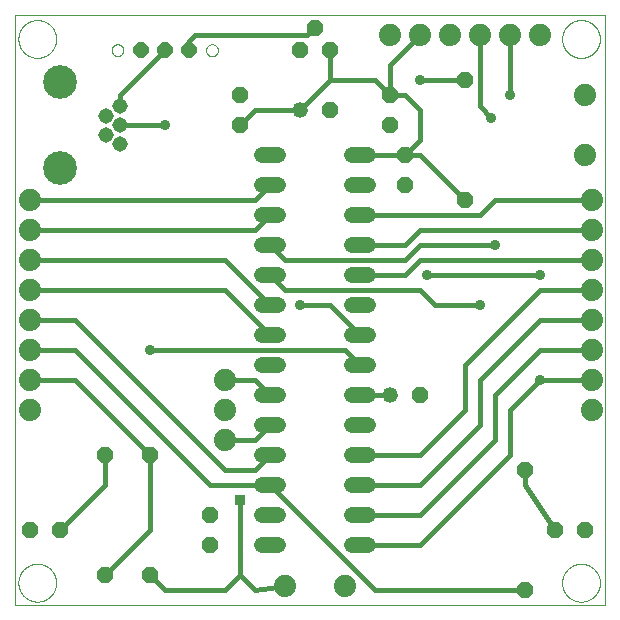
<source format=gtl>
G75*
%MOIN*%
%OFA0B0*%
%FSLAX25Y25*%
%IPPOS*%
%LPD*%
%AMOC8*
5,1,8,0,0,1.08239X$1,22.5*
%
%ADD10C,0.00000*%
%ADD11OC8,0.05200*%
%ADD12C,0.05200*%
%ADD13C,0.05150*%
%ADD14C,0.11220*%
%ADD15C,0.07400*%
%ADD16C,0.05200*%
%ADD17OC8,0.05150*%
%ADD18C,0.03562*%
%ADD19C,0.01600*%
%ADD20R,0.03562X0.03562*%
D10*
X0001800Y0001800D02*
X0001800Y0198650D01*
X0198650Y0198650D01*
X0198650Y0001800D01*
X0001800Y0001800D01*
X0003001Y0009300D02*
X0003003Y0009458D01*
X0003009Y0009616D01*
X0003019Y0009774D01*
X0003033Y0009932D01*
X0003051Y0010089D01*
X0003072Y0010246D01*
X0003098Y0010402D01*
X0003128Y0010558D01*
X0003161Y0010713D01*
X0003199Y0010866D01*
X0003240Y0011019D01*
X0003285Y0011171D01*
X0003334Y0011322D01*
X0003387Y0011471D01*
X0003443Y0011619D01*
X0003503Y0011765D01*
X0003567Y0011910D01*
X0003635Y0012053D01*
X0003706Y0012195D01*
X0003780Y0012335D01*
X0003858Y0012472D01*
X0003940Y0012608D01*
X0004024Y0012742D01*
X0004113Y0012873D01*
X0004204Y0013002D01*
X0004299Y0013129D01*
X0004396Y0013254D01*
X0004497Y0013376D01*
X0004601Y0013495D01*
X0004708Y0013612D01*
X0004818Y0013726D01*
X0004931Y0013837D01*
X0005046Y0013946D01*
X0005164Y0014051D01*
X0005285Y0014153D01*
X0005408Y0014253D01*
X0005534Y0014349D01*
X0005662Y0014442D01*
X0005792Y0014532D01*
X0005925Y0014618D01*
X0006060Y0014702D01*
X0006196Y0014781D01*
X0006335Y0014858D01*
X0006476Y0014930D01*
X0006618Y0015000D01*
X0006762Y0015065D01*
X0006908Y0015127D01*
X0007055Y0015185D01*
X0007204Y0015240D01*
X0007354Y0015291D01*
X0007505Y0015338D01*
X0007657Y0015381D01*
X0007810Y0015420D01*
X0007965Y0015456D01*
X0008120Y0015487D01*
X0008276Y0015515D01*
X0008432Y0015539D01*
X0008589Y0015559D01*
X0008747Y0015575D01*
X0008904Y0015587D01*
X0009063Y0015595D01*
X0009221Y0015599D01*
X0009379Y0015599D01*
X0009537Y0015595D01*
X0009696Y0015587D01*
X0009853Y0015575D01*
X0010011Y0015559D01*
X0010168Y0015539D01*
X0010324Y0015515D01*
X0010480Y0015487D01*
X0010635Y0015456D01*
X0010790Y0015420D01*
X0010943Y0015381D01*
X0011095Y0015338D01*
X0011246Y0015291D01*
X0011396Y0015240D01*
X0011545Y0015185D01*
X0011692Y0015127D01*
X0011838Y0015065D01*
X0011982Y0015000D01*
X0012124Y0014930D01*
X0012265Y0014858D01*
X0012404Y0014781D01*
X0012540Y0014702D01*
X0012675Y0014618D01*
X0012808Y0014532D01*
X0012938Y0014442D01*
X0013066Y0014349D01*
X0013192Y0014253D01*
X0013315Y0014153D01*
X0013436Y0014051D01*
X0013554Y0013946D01*
X0013669Y0013837D01*
X0013782Y0013726D01*
X0013892Y0013612D01*
X0013999Y0013495D01*
X0014103Y0013376D01*
X0014204Y0013254D01*
X0014301Y0013129D01*
X0014396Y0013002D01*
X0014487Y0012873D01*
X0014576Y0012742D01*
X0014660Y0012608D01*
X0014742Y0012472D01*
X0014820Y0012335D01*
X0014894Y0012195D01*
X0014965Y0012053D01*
X0015033Y0011910D01*
X0015097Y0011765D01*
X0015157Y0011619D01*
X0015213Y0011471D01*
X0015266Y0011322D01*
X0015315Y0011171D01*
X0015360Y0011019D01*
X0015401Y0010866D01*
X0015439Y0010713D01*
X0015472Y0010558D01*
X0015502Y0010402D01*
X0015528Y0010246D01*
X0015549Y0010089D01*
X0015567Y0009932D01*
X0015581Y0009774D01*
X0015591Y0009616D01*
X0015597Y0009458D01*
X0015599Y0009300D01*
X0015597Y0009142D01*
X0015591Y0008984D01*
X0015581Y0008826D01*
X0015567Y0008668D01*
X0015549Y0008511D01*
X0015528Y0008354D01*
X0015502Y0008198D01*
X0015472Y0008042D01*
X0015439Y0007887D01*
X0015401Y0007734D01*
X0015360Y0007581D01*
X0015315Y0007429D01*
X0015266Y0007278D01*
X0015213Y0007129D01*
X0015157Y0006981D01*
X0015097Y0006835D01*
X0015033Y0006690D01*
X0014965Y0006547D01*
X0014894Y0006405D01*
X0014820Y0006265D01*
X0014742Y0006128D01*
X0014660Y0005992D01*
X0014576Y0005858D01*
X0014487Y0005727D01*
X0014396Y0005598D01*
X0014301Y0005471D01*
X0014204Y0005346D01*
X0014103Y0005224D01*
X0013999Y0005105D01*
X0013892Y0004988D01*
X0013782Y0004874D01*
X0013669Y0004763D01*
X0013554Y0004654D01*
X0013436Y0004549D01*
X0013315Y0004447D01*
X0013192Y0004347D01*
X0013066Y0004251D01*
X0012938Y0004158D01*
X0012808Y0004068D01*
X0012675Y0003982D01*
X0012540Y0003898D01*
X0012404Y0003819D01*
X0012265Y0003742D01*
X0012124Y0003670D01*
X0011982Y0003600D01*
X0011838Y0003535D01*
X0011692Y0003473D01*
X0011545Y0003415D01*
X0011396Y0003360D01*
X0011246Y0003309D01*
X0011095Y0003262D01*
X0010943Y0003219D01*
X0010790Y0003180D01*
X0010635Y0003144D01*
X0010480Y0003113D01*
X0010324Y0003085D01*
X0010168Y0003061D01*
X0010011Y0003041D01*
X0009853Y0003025D01*
X0009696Y0003013D01*
X0009537Y0003005D01*
X0009379Y0003001D01*
X0009221Y0003001D01*
X0009063Y0003005D01*
X0008904Y0003013D01*
X0008747Y0003025D01*
X0008589Y0003041D01*
X0008432Y0003061D01*
X0008276Y0003085D01*
X0008120Y0003113D01*
X0007965Y0003144D01*
X0007810Y0003180D01*
X0007657Y0003219D01*
X0007505Y0003262D01*
X0007354Y0003309D01*
X0007204Y0003360D01*
X0007055Y0003415D01*
X0006908Y0003473D01*
X0006762Y0003535D01*
X0006618Y0003600D01*
X0006476Y0003670D01*
X0006335Y0003742D01*
X0006196Y0003819D01*
X0006060Y0003898D01*
X0005925Y0003982D01*
X0005792Y0004068D01*
X0005662Y0004158D01*
X0005534Y0004251D01*
X0005408Y0004347D01*
X0005285Y0004447D01*
X0005164Y0004549D01*
X0005046Y0004654D01*
X0004931Y0004763D01*
X0004818Y0004874D01*
X0004708Y0004988D01*
X0004601Y0005105D01*
X0004497Y0005224D01*
X0004396Y0005346D01*
X0004299Y0005471D01*
X0004204Y0005598D01*
X0004113Y0005727D01*
X0004024Y0005858D01*
X0003940Y0005992D01*
X0003858Y0006128D01*
X0003780Y0006265D01*
X0003706Y0006405D01*
X0003635Y0006547D01*
X0003567Y0006690D01*
X0003503Y0006835D01*
X0003443Y0006981D01*
X0003387Y0007129D01*
X0003334Y0007278D01*
X0003285Y0007429D01*
X0003240Y0007581D01*
X0003199Y0007734D01*
X0003161Y0007887D01*
X0003128Y0008042D01*
X0003098Y0008198D01*
X0003072Y0008354D01*
X0003051Y0008511D01*
X0003033Y0008668D01*
X0003019Y0008826D01*
X0003009Y0008984D01*
X0003003Y0009142D01*
X0003001Y0009300D01*
X0034083Y0186800D02*
X0034085Y0186888D01*
X0034091Y0186976D01*
X0034101Y0187064D01*
X0034115Y0187152D01*
X0034132Y0187238D01*
X0034154Y0187324D01*
X0034179Y0187408D01*
X0034209Y0187492D01*
X0034241Y0187574D01*
X0034278Y0187654D01*
X0034318Y0187733D01*
X0034362Y0187810D01*
X0034409Y0187885D01*
X0034459Y0187957D01*
X0034513Y0188028D01*
X0034569Y0188095D01*
X0034629Y0188161D01*
X0034691Y0188223D01*
X0034757Y0188283D01*
X0034824Y0188339D01*
X0034895Y0188393D01*
X0034967Y0188443D01*
X0035042Y0188490D01*
X0035119Y0188534D01*
X0035198Y0188574D01*
X0035278Y0188611D01*
X0035360Y0188643D01*
X0035444Y0188673D01*
X0035528Y0188698D01*
X0035614Y0188720D01*
X0035700Y0188737D01*
X0035788Y0188751D01*
X0035876Y0188761D01*
X0035964Y0188767D01*
X0036052Y0188769D01*
X0036140Y0188767D01*
X0036228Y0188761D01*
X0036316Y0188751D01*
X0036404Y0188737D01*
X0036490Y0188720D01*
X0036576Y0188698D01*
X0036660Y0188673D01*
X0036744Y0188643D01*
X0036826Y0188611D01*
X0036906Y0188574D01*
X0036985Y0188534D01*
X0037062Y0188490D01*
X0037137Y0188443D01*
X0037209Y0188393D01*
X0037280Y0188339D01*
X0037347Y0188283D01*
X0037413Y0188223D01*
X0037475Y0188161D01*
X0037535Y0188095D01*
X0037591Y0188028D01*
X0037645Y0187957D01*
X0037695Y0187885D01*
X0037742Y0187810D01*
X0037786Y0187733D01*
X0037826Y0187654D01*
X0037863Y0187574D01*
X0037895Y0187492D01*
X0037925Y0187408D01*
X0037950Y0187324D01*
X0037972Y0187238D01*
X0037989Y0187152D01*
X0038003Y0187064D01*
X0038013Y0186976D01*
X0038019Y0186888D01*
X0038021Y0186800D01*
X0038019Y0186712D01*
X0038013Y0186624D01*
X0038003Y0186536D01*
X0037989Y0186448D01*
X0037972Y0186362D01*
X0037950Y0186276D01*
X0037925Y0186192D01*
X0037895Y0186108D01*
X0037863Y0186026D01*
X0037826Y0185946D01*
X0037786Y0185867D01*
X0037742Y0185790D01*
X0037695Y0185715D01*
X0037645Y0185643D01*
X0037591Y0185572D01*
X0037535Y0185505D01*
X0037475Y0185439D01*
X0037413Y0185377D01*
X0037347Y0185317D01*
X0037280Y0185261D01*
X0037209Y0185207D01*
X0037137Y0185157D01*
X0037062Y0185110D01*
X0036985Y0185066D01*
X0036906Y0185026D01*
X0036826Y0184989D01*
X0036744Y0184957D01*
X0036660Y0184927D01*
X0036576Y0184902D01*
X0036490Y0184880D01*
X0036404Y0184863D01*
X0036316Y0184849D01*
X0036228Y0184839D01*
X0036140Y0184833D01*
X0036052Y0184831D01*
X0035964Y0184833D01*
X0035876Y0184839D01*
X0035788Y0184849D01*
X0035700Y0184863D01*
X0035614Y0184880D01*
X0035528Y0184902D01*
X0035444Y0184927D01*
X0035360Y0184957D01*
X0035278Y0184989D01*
X0035198Y0185026D01*
X0035119Y0185066D01*
X0035042Y0185110D01*
X0034967Y0185157D01*
X0034895Y0185207D01*
X0034824Y0185261D01*
X0034757Y0185317D01*
X0034691Y0185377D01*
X0034629Y0185439D01*
X0034569Y0185505D01*
X0034513Y0185572D01*
X0034459Y0185643D01*
X0034409Y0185715D01*
X0034362Y0185790D01*
X0034318Y0185867D01*
X0034278Y0185946D01*
X0034241Y0186026D01*
X0034209Y0186108D01*
X0034179Y0186192D01*
X0034154Y0186276D01*
X0034132Y0186362D01*
X0034115Y0186448D01*
X0034101Y0186536D01*
X0034091Y0186624D01*
X0034085Y0186712D01*
X0034083Y0186800D01*
X0042351Y0186800D02*
X0042353Y0186879D01*
X0042359Y0186958D01*
X0042369Y0187037D01*
X0042383Y0187115D01*
X0042400Y0187192D01*
X0042422Y0187268D01*
X0042447Y0187343D01*
X0042477Y0187416D01*
X0042509Y0187488D01*
X0042546Y0187559D01*
X0042586Y0187627D01*
X0042629Y0187693D01*
X0042675Y0187757D01*
X0042725Y0187819D01*
X0042778Y0187878D01*
X0042833Y0187934D01*
X0042892Y0187988D01*
X0042953Y0188038D01*
X0043016Y0188086D01*
X0043082Y0188130D01*
X0043150Y0188171D01*
X0043220Y0188208D01*
X0043291Y0188242D01*
X0043365Y0188272D01*
X0043439Y0188298D01*
X0043515Y0188320D01*
X0043592Y0188339D01*
X0043670Y0188354D01*
X0043748Y0188365D01*
X0043827Y0188372D01*
X0043906Y0188375D01*
X0043985Y0188374D01*
X0044064Y0188369D01*
X0044143Y0188360D01*
X0044221Y0188347D01*
X0044298Y0188330D01*
X0044375Y0188310D01*
X0044450Y0188285D01*
X0044524Y0188257D01*
X0044597Y0188225D01*
X0044667Y0188190D01*
X0044736Y0188151D01*
X0044803Y0188108D01*
X0044868Y0188062D01*
X0044930Y0188014D01*
X0044990Y0187962D01*
X0045047Y0187907D01*
X0045101Y0187849D01*
X0045152Y0187789D01*
X0045200Y0187726D01*
X0045245Y0187661D01*
X0045287Y0187593D01*
X0045325Y0187524D01*
X0045359Y0187453D01*
X0045390Y0187380D01*
X0045418Y0187305D01*
X0045441Y0187230D01*
X0045461Y0187153D01*
X0045477Y0187076D01*
X0045489Y0186997D01*
X0045497Y0186919D01*
X0045501Y0186840D01*
X0045501Y0186760D01*
X0045497Y0186681D01*
X0045489Y0186603D01*
X0045477Y0186524D01*
X0045461Y0186447D01*
X0045441Y0186370D01*
X0045418Y0186295D01*
X0045390Y0186220D01*
X0045359Y0186147D01*
X0045325Y0186076D01*
X0045287Y0186007D01*
X0045245Y0185939D01*
X0045200Y0185874D01*
X0045152Y0185811D01*
X0045101Y0185751D01*
X0045047Y0185693D01*
X0044990Y0185638D01*
X0044930Y0185586D01*
X0044868Y0185538D01*
X0044803Y0185492D01*
X0044736Y0185449D01*
X0044667Y0185410D01*
X0044597Y0185375D01*
X0044524Y0185343D01*
X0044450Y0185315D01*
X0044375Y0185290D01*
X0044298Y0185270D01*
X0044221Y0185253D01*
X0044143Y0185240D01*
X0044064Y0185231D01*
X0043985Y0185226D01*
X0043906Y0185225D01*
X0043827Y0185228D01*
X0043748Y0185235D01*
X0043670Y0185246D01*
X0043592Y0185261D01*
X0043515Y0185280D01*
X0043439Y0185302D01*
X0043365Y0185328D01*
X0043291Y0185358D01*
X0043220Y0185392D01*
X0043150Y0185429D01*
X0043082Y0185470D01*
X0043016Y0185514D01*
X0042953Y0185562D01*
X0042892Y0185612D01*
X0042833Y0185666D01*
X0042778Y0185722D01*
X0042725Y0185781D01*
X0042675Y0185843D01*
X0042629Y0185907D01*
X0042586Y0185973D01*
X0042546Y0186041D01*
X0042509Y0186112D01*
X0042477Y0186184D01*
X0042447Y0186257D01*
X0042422Y0186332D01*
X0042400Y0186408D01*
X0042383Y0186485D01*
X0042369Y0186563D01*
X0042359Y0186642D01*
X0042353Y0186721D01*
X0042351Y0186800D01*
X0050225Y0186800D02*
X0050227Y0186879D01*
X0050233Y0186958D01*
X0050243Y0187037D01*
X0050257Y0187115D01*
X0050274Y0187192D01*
X0050296Y0187268D01*
X0050321Y0187343D01*
X0050351Y0187416D01*
X0050383Y0187488D01*
X0050420Y0187559D01*
X0050460Y0187627D01*
X0050503Y0187693D01*
X0050549Y0187757D01*
X0050599Y0187819D01*
X0050652Y0187878D01*
X0050707Y0187934D01*
X0050766Y0187988D01*
X0050827Y0188038D01*
X0050890Y0188086D01*
X0050956Y0188130D01*
X0051024Y0188171D01*
X0051094Y0188208D01*
X0051165Y0188242D01*
X0051239Y0188272D01*
X0051313Y0188298D01*
X0051389Y0188320D01*
X0051466Y0188339D01*
X0051544Y0188354D01*
X0051622Y0188365D01*
X0051701Y0188372D01*
X0051780Y0188375D01*
X0051859Y0188374D01*
X0051938Y0188369D01*
X0052017Y0188360D01*
X0052095Y0188347D01*
X0052172Y0188330D01*
X0052249Y0188310D01*
X0052324Y0188285D01*
X0052398Y0188257D01*
X0052471Y0188225D01*
X0052541Y0188190D01*
X0052610Y0188151D01*
X0052677Y0188108D01*
X0052742Y0188062D01*
X0052804Y0188014D01*
X0052864Y0187962D01*
X0052921Y0187907D01*
X0052975Y0187849D01*
X0053026Y0187789D01*
X0053074Y0187726D01*
X0053119Y0187661D01*
X0053161Y0187593D01*
X0053199Y0187524D01*
X0053233Y0187453D01*
X0053264Y0187380D01*
X0053292Y0187305D01*
X0053315Y0187230D01*
X0053335Y0187153D01*
X0053351Y0187076D01*
X0053363Y0186997D01*
X0053371Y0186919D01*
X0053375Y0186840D01*
X0053375Y0186760D01*
X0053371Y0186681D01*
X0053363Y0186603D01*
X0053351Y0186524D01*
X0053335Y0186447D01*
X0053315Y0186370D01*
X0053292Y0186295D01*
X0053264Y0186220D01*
X0053233Y0186147D01*
X0053199Y0186076D01*
X0053161Y0186007D01*
X0053119Y0185939D01*
X0053074Y0185874D01*
X0053026Y0185811D01*
X0052975Y0185751D01*
X0052921Y0185693D01*
X0052864Y0185638D01*
X0052804Y0185586D01*
X0052742Y0185538D01*
X0052677Y0185492D01*
X0052610Y0185449D01*
X0052541Y0185410D01*
X0052471Y0185375D01*
X0052398Y0185343D01*
X0052324Y0185315D01*
X0052249Y0185290D01*
X0052172Y0185270D01*
X0052095Y0185253D01*
X0052017Y0185240D01*
X0051938Y0185231D01*
X0051859Y0185226D01*
X0051780Y0185225D01*
X0051701Y0185228D01*
X0051622Y0185235D01*
X0051544Y0185246D01*
X0051466Y0185261D01*
X0051389Y0185280D01*
X0051313Y0185302D01*
X0051239Y0185328D01*
X0051165Y0185358D01*
X0051094Y0185392D01*
X0051024Y0185429D01*
X0050956Y0185470D01*
X0050890Y0185514D01*
X0050827Y0185562D01*
X0050766Y0185612D01*
X0050707Y0185666D01*
X0050652Y0185722D01*
X0050599Y0185781D01*
X0050549Y0185843D01*
X0050503Y0185907D01*
X0050460Y0185973D01*
X0050420Y0186041D01*
X0050383Y0186112D01*
X0050351Y0186184D01*
X0050321Y0186257D01*
X0050296Y0186332D01*
X0050274Y0186408D01*
X0050257Y0186485D01*
X0050243Y0186563D01*
X0050233Y0186642D01*
X0050227Y0186721D01*
X0050225Y0186800D01*
X0058099Y0186800D02*
X0058101Y0186879D01*
X0058107Y0186958D01*
X0058117Y0187037D01*
X0058131Y0187115D01*
X0058148Y0187192D01*
X0058170Y0187268D01*
X0058195Y0187343D01*
X0058225Y0187416D01*
X0058257Y0187488D01*
X0058294Y0187559D01*
X0058334Y0187627D01*
X0058377Y0187693D01*
X0058423Y0187757D01*
X0058473Y0187819D01*
X0058526Y0187878D01*
X0058581Y0187934D01*
X0058640Y0187988D01*
X0058701Y0188038D01*
X0058764Y0188086D01*
X0058830Y0188130D01*
X0058898Y0188171D01*
X0058968Y0188208D01*
X0059039Y0188242D01*
X0059113Y0188272D01*
X0059187Y0188298D01*
X0059263Y0188320D01*
X0059340Y0188339D01*
X0059418Y0188354D01*
X0059496Y0188365D01*
X0059575Y0188372D01*
X0059654Y0188375D01*
X0059733Y0188374D01*
X0059812Y0188369D01*
X0059891Y0188360D01*
X0059969Y0188347D01*
X0060046Y0188330D01*
X0060123Y0188310D01*
X0060198Y0188285D01*
X0060272Y0188257D01*
X0060345Y0188225D01*
X0060415Y0188190D01*
X0060484Y0188151D01*
X0060551Y0188108D01*
X0060616Y0188062D01*
X0060678Y0188014D01*
X0060738Y0187962D01*
X0060795Y0187907D01*
X0060849Y0187849D01*
X0060900Y0187789D01*
X0060948Y0187726D01*
X0060993Y0187661D01*
X0061035Y0187593D01*
X0061073Y0187524D01*
X0061107Y0187453D01*
X0061138Y0187380D01*
X0061166Y0187305D01*
X0061189Y0187230D01*
X0061209Y0187153D01*
X0061225Y0187076D01*
X0061237Y0186997D01*
X0061245Y0186919D01*
X0061249Y0186840D01*
X0061249Y0186760D01*
X0061245Y0186681D01*
X0061237Y0186603D01*
X0061225Y0186524D01*
X0061209Y0186447D01*
X0061189Y0186370D01*
X0061166Y0186295D01*
X0061138Y0186220D01*
X0061107Y0186147D01*
X0061073Y0186076D01*
X0061035Y0186007D01*
X0060993Y0185939D01*
X0060948Y0185874D01*
X0060900Y0185811D01*
X0060849Y0185751D01*
X0060795Y0185693D01*
X0060738Y0185638D01*
X0060678Y0185586D01*
X0060616Y0185538D01*
X0060551Y0185492D01*
X0060484Y0185449D01*
X0060415Y0185410D01*
X0060345Y0185375D01*
X0060272Y0185343D01*
X0060198Y0185315D01*
X0060123Y0185290D01*
X0060046Y0185270D01*
X0059969Y0185253D01*
X0059891Y0185240D01*
X0059812Y0185231D01*
X0059733Y0185226D01*
X0059654Y0185225D01*
X0059575Y0185228D01*
X0059496Y0185235D01*
X0059418Y0185246D01*
X0059340Y0185261D01*
X0059263Y0185280D01*
X0059187Y0185302D01*
X0059113Y0185328D01*
X0059039Y0185358D01*
X0058968Y0185392D01*
X0058898Y0185429D01*
X0058830Y0185470D01*
X0058764Y0185514D01*
X0058701Y0185562D01*
X0058640Y0185612D01*
X0058581Y0185666D01*
X0058526Y0185722D01*
X0058473Y0185781D01*
X0058423Y0185843D01*
X0058377Y0185907D01*
X0058334Y0185973D01*
X0058294Y0186041D01*
X0058257Y0186112D01*
X0058225Y0186184D01*
X0058195Y0186257D01*
X0058170Y0186332D01*
X0058148Y0186408D01*
X0058131Y0186485D01*
X0058117Y0186563D01*
X0058107Y0186642D01*
X0058101Y0186721D01*
X0058099Y0186800D01*
X0065579Y0186800D02*
X0065581Y0186888D01*
X0065587Y0186976D01*
X0065597Y0187064D01*
X0065611Y0187152D01*
X0065628Y0187238D01*
X0065650Y0187324D01*
X0065675Y0187408D01*
X0065705Y0187492D01*
X0065737Y0187574D01*
X0065774Y0187654D01*
X0065814Y0187733D01*
X0065858Y0187810D01*
X0065905Y0187885D01*
X0065955Y0187957D01*
X0066009Y0188028D01*
X0066065Y0188095D01*
X0066125Y0188161D01*
X0066187Y0188223D01*
X0066253Y0188283D01*
X0066320Y0188339D01*
X0066391Y0188393D01*
X0066463Y0188443D01*
X0066538Y0188490D01*
X0066615Y0188534D01*
X0066694Y0188574D01*
X0066774Y0188611D01*
X0066856Y0188643D01*
X0066940Y0188673D01*
X0067024Y0188698D01*
X0067110Y0188720D01*
X0067196Y0188737D01*
X0067284Y0188751D01*
X0067372Y0188761D01*
X0067460Y0188767D01*
X0067548Y0188769D01*
X0067636Y0188767D01*
X0067724Y0188761D01*
X0067812Y0188751D01*
X0067900Y0188737D01*
X0067986Y0188720D01*
X0068072Y0188698D01*
X0068156Y0188673D01*
X0068240Y0188643D01*
X0068322Y0188611D01*
X0068402Y0188574D01*
X0068481Y0188534D01*
X0068558Y0188490D01*
X0068633Y0188443D01*
X0068705Y0188393D01*
X0068776Y0188339D01*
X0068843Y0188283D01*
X0068909Y0188223D01*
X0068971Y0188161D01*
X0069031Y0188095D01*
X0069087Y0188028D01*
X0069141Y0187957D01*
X0069191Y0187885D01*
X0069238Y0187810D01*
X0069282Y0187733D01*
X0069322Y0187654D01*
X0069359Y0187574D01*
X0069391Y0187492D01*
X0069421Y0187408D01*
X0069446Y0187324D01*
X0069468Y0187238D01*
X0069485Y0187152D01*
X0069499Y0187064D01*
X0069509Y0186976D01*
X0069515Y0186888D01*
X0069517Y0186800D01*
X0069515Y0186712D01*
X0069509Y0186624D01*
X0069499Y0186536D01*
X0069485Y0186448D01*
X0069468Y0186362D01*
X0069446Y0186276D01*
X0069421Y0186192D01*
X0069391Y0186108D01*
X0069359Y0186026D01*
X0069322Y0185946D01*
X0069282Y0185867D01*
X0069238Y0185790D01*
X0069191Y0185715D01*
X0069141Y0185643D01*
X0069087Y0185572D01*
X0069031Y0185505D01*
X0068971Y0185439D01*
X0068909Y0185377D01*
X0068843Y0185317D01*
X0068776Y0185261D01*
X0068705Y0185207D01*
X0068633Y0185157D01*
X0068558Y0185110D01*
X0068481Y0185066D01*
X0068402Y0185026D01*
X0068322Y0184989D01*
X0068240Y0184957D01*
X0068156Y0184927D01*
X0068072Y0184902D01*
X0067986Y0184880D01*
X0067900Y0184863D01*
X0067812Y0184849D01*
X0067724Y0184839D01*
X0067636Y0184833D01*
X0067548Y0184831D01*
X0067460Y0184833D01*
X0067372Y0184839D01*
X0067284Y0184849D01*
X0067196Y0184863D01*
X0067110Y0184880D01*
X0067024Y0184902D01*
X0066940Y0184927D01*
X0066856Y0184957D01*
X0066774Y0184989D01*
X0066694Y0185026D01*
X0066615Y0185066D01*
X0066538Y0185110D01*
X0066463Y0185157D01*
X0066391Y0185207D01*
X0066320Y0185261D01*
X0066253Y0185317D01*
X0066187Y0185377D01*
X0066125Y0185439D01*
X0066065Y0185505D01*
X0066009Y0185572D01*
X0065955Y0185643D01*
X0065905Y0185715D01*
X0065858Y0185790D01*
X0065814Y0185867D01*
X0065774Y0185946D01*
X0065737Y0186026D01*
X0065705Y0186108D01*
X0065675Y0186192D01*
X0065650Y0186276D01*
X0065628Y0186362D01*
X0065611Y0186448D01*
X0065597Y0186536D01*
X0065587Y0186624D01*
X0065581Y0186712D01*
X0065579Y0186800D01*
X0003001Y0190550D02*
X0003003Y0190708D01*
X0003009Y0190866D01*
X0003019Y0191024D01*
X0003033Y0191182D01*
X0003051Y0191339D01*
X0003072Y0191496D01*
X0003098Y0191652D01*
X0003128Y0191808D01*
X0003161Y0191963D01*
X0003199Y0192116D01*
X0003240Y0192269D01*
X0003285Y0192421D01*
X0003334Y0192572D01*
X0003387Y0192721D01*
X0003443Y0192869D01*
X0003503Y0193015D01*
X0003567Y0193160D01*
X0003635Y0193303D01*
X0003706Y0193445D01*
X0003780Y0193585D01*
X0003858Y0193722D01*
X0003940Y0193858D01*
X0004024Y0193992D01*
X0004113Y0194123D01*
X0004204Y0194252D01*
X0004299Y0194379D01*
X0004396Y0194504D01*
X0004497Y0194626D01*
X0004601Y0194745D01*
X0004708Y0194862D01*
X0004818Y0194976D01*
X0004931Y0195087D01*
X0005046Y0195196D01*
X0005164Y0195301D01*
X0005285Y0195403D01*
X0005408Y0195503D01*
X0005534Y0195599D01*
X0005662Y0195692D01*
X0005792Y0195782D01*
X0005925Y0195868D01*
X0006060Y0195952D01*
X0006196Y0196031D01*
X0006335Y0196108D01*
X0006476Y0196180D01*
X0006618Y0196250D01*
X0006762Y0196315D01*
X0006908Y0196377D01*
X0007055Y0196435D01*
X0007204Y0196490D01*
X0007354Y0196541D01*
X0007505Y0196588D01*
X0007657Y0196631D01*
X0007810Y0196670D01*
X0007965Y0196706D01*
X0008120Y0196737D01*
X0008276Y0196765D01*
X0008432Y0196789D01*
X0008589Y0196809D01*
X0008747Y0196825D01*
X0008904Y0196837D01*
X0009063Y0196845D01*
X0009221Y0196849D01*
X0009379Y0196849D01*
X0009537Y0196845D01*
X0009696Y0196837D01*
X0009853Y0196825D01*
X0010011Y0196809D01*
X0010168Y0196789D01*
X0010324Y0196765D01*
X0010480Y0196737D01*
X0010635Y0196706D01*
X0010790Y0196670D01*
X0010943Y0196631D01*
X0011095Y0196588D01*
X0011246Y0196541D01*
X0011396Y0196490D01*
X0011545Y0196435D01*
X0011692Y0196377D01*
X0011838Y0196315D01*
X0011982Y0196250D01*
X0012124Y0196180D01*
X0012265Y0196108D01*
X0012404Y0196031D01*
X0012540Y0195952D01*
X0012675Y0195868D01*
X0012808Y0195782D01*
X0012938Y0195692D01*
X0013066Y0195599D01*
X0013192Y0195503D01*
X0013315Y0195403D01*
X0013436Y0195301D01*
X0013554Y0195196D01*
X0013669Y0195087D01*
X0013782Y0194976D01*
X0013892Y0194862D01*
X0013999Y0194745D01*
X0014103Y0194626D01*
X0014204Y0194504D01*
X0014301Y0194379D01*
X0014396Y0194252D01*
X0014487Y0194123D01*
X0014576Y0193992D01*
X0014660Y0193858D01*
X0014742Y0193722D01*
X0014820Y0193585D01*
X0014894Y0193445D01*
X0014965Y0193303D01*
X0015033Y0193160D01*
X0015097Y0193015D01*
X0015157Y0192869D01*
X0015213Y0192721D01*
X0015266Y0192572D01*
X0015315Y0192421D01*
X0015360Y0192269D01*
X0015401Y0192116D01*
X0015439Y0191963D01*
X0015472Y0191808D01*
X0015502Y0191652D01*
X0015528Y0191496D01*
X0015549Y0191339D01*
X0015567Y0191182D01*
X0015581Y0191024D01*
X0015591Y0190866D01*
X0015597Y0190708D01*
X0015599Y0190550D01*
X0015597Y0190392D01*
X0015591Y0190234D01*
X0015581Y0190076D01*
X0015567Y0189918D01*
X0015549Y0189761D01*
X0015528Y0189604D01*
X0015502Y0189448D01*
X0015472Y0189292D01*
X0015439Y0189137D01*
X0015401Y0188984D01*
X0015360Y0188831D01*
X0015315Y0188679D01*
X0015266Y0188528D01*
X0015213Y0188379D01*
X0015157Y0188231D01*
X0015097Y0188085D01*
X0015033Y0187940D01*
X0014965Y0187797D01*
X0014894Y0187655D01*
X0014820Y0187515D01*
X0014742Y0187378D01*
X0014660Y0187242D01*
X0014576Y0187108D01*
X0014487Y0186977D01*
X0014396Y0186848D01*
X0014301Y0186721D01*
X0014204Y0186596D01*
X0014103Y0186474D01*
X0013999Y0186355D01*
X0013892Y0186238D01*
X0013782Y0186124D01*
X0013669Y0186013D01*
X0013554Y0185904D01*
X0013436Y0185799D01*
X0013315Y0185697D01*
X0013192Y0185597D01*
X0013066Y0185501D01*
X0012938Y0185408D01*
X0012808Y0185318D01*
X0012675Y0185232D01*
X0012540Y0185148D01*
X0012404Y0185069D01*
X0012265Y0184992D01*
X0012124Y0184920D01*
X0011982Y0184850D01*
X0011838Y0184785D01*
X0011692Y0184723D01*
X0011545Y0184665D01*
X0011396Y0184610D01*
X0011246Y0184559D01*
X0011095Y0184512D01*
X0010943Y0184469D01*
X0010790Y0184430D01*
X0010635Y0184394D01*
X0010480Y0184363D01*
X0010324Y0184335D01*
X0010168Y0184311D01*
X0010011Y0184291D01*
X0009853Y0184275D01*
X0009696Y0184263D01*
X0009537Y0184255D01*
X0009379Y0184251D01*
X0009221Y0184251D01*
X0009063Y0184255D01*
X0008904Y0184263D01*
X0008747Y0184275D01*
X0008589Y0184291D01*
X0008432Y0184311D01*
X0008276Y0184335D01*
X0008120Y0184363D01*
X0007965Y0184394D01*
X0007810Y0184430D01*
X0007657Y0184469D01*
X0007505Y0184512D01*
X0007354Y0184559D01*
X0007204Y0184610D01*
X0007055Y0184665D01*
X0006908Y0184723D01*
X0006762Y0184785D01*
X0006618Y0184850D01*
X0006476Y0184920D01*
X0006335Y0184992D01*
X0006196Y0185069D01*
X0006060Y0185148D01*
X0005925Y0185232D01*
X0005792Y0185318D01*
X0005662Y0185408D01*
X0005534Y0185501D01*
X0005408Y0185597D01*
X0005285Y0185697D01*
X0005164Y0185799D01*
X0005046Y0185904D01*
X0004931Y0186013D01*
X0004818Y0186124D01*
X0004708Y0186238D01*
X0004601Y0186355D01*
X0004497Y0186474D01*
X0004396Y0186596D01*
X0004299Y0186721D01*
X0004204Y0186848D01*
X0004113Y0186977D01*
X0004024Y0187108D01*
X0003940Y0187242D01*
X0003858Y0187378D01*
X0003780Y0187515D01*
X0003706Y0187655D01*
X0003635Y0187797D01*
X0003567Y0187940D01*
X0003503Y0188085D01*
X0003443Y0188231D01*
X0003387Y0188379D01*
X0003334Y0188528D01*
X0003285Y0188679D01*
X0003240Y0188831D01*
X0003199Y0188984D01*
X0003161Y0189137D01*
X0003128Y0189292D01*
X0003098Y0189448D01*
X0003072Y0189604D01*
X0003051Y0189761D01*
X0003033Y0189918D01*
X0003019Y0190076D01*
X0003009Y0190234D01*
X0003003Y0190392D01*
X0003001Y0190550D01*
X0184251Y0190550D02*
X0184253Y0190708D01*
X0184259Y0190866D01*
X0184269Y0191024D01*
X0184283Y0191182D01*
X0184301Y0191339D01*
X0184322Y0191496D01*
X0184348Y0191652D01*
X0184378Y0191808D01*
X0184411Y0191963D01*
X0184449Y0192116D01*
X0184490Y0192269D01*
X0184535Y0192421D01*
X0184584Y0192572D01*
X0184637Y0192721D01*
X0184693Y0192869D01*
X0184753Y0193015D01*
X0184817Y0193160D01*
X0184885Y0193303D01*
X0184956Y0193445D01*
X0185030Y0193585D01*
X0185108Y0193722D01*
X0185190Y0193858D01*
X0185274Y0193992D01*
X0185363Y0194123D01*
X0185454Y0194252D01*
X0185549Y0194379D01*
X0185646Y0194504D01*
X0185747Y0194626D01*
X0185851Y0194745D01*
X0185958Y0194862D01*
X0186068Y0194976D01*
X0186181Y0195087D01*
X0186296Y0195196D01*
X0186414Y0195301D01*
X0186535Y0195403D01*
X0186658Y0195503D01*
X0186784Y0195599D01*
X0186912Y0195692D01*
X0187042Y0195782D01*
X0187175Y0195868D01*
X0187310Y0195952D01*
X0187446Y0196031D01*
X0187585Y0196108D01*
X0187726Y0196180D01*
X0187868Y0196250D01*
X0188012Y0196315D01*
X0188158Y0196377D01*
X0188305Y0196435D01*
X0188454Y0196490D01*
X0188604Y0196541D01*
X0188755Y0196588D01*
X0188907Y0196631D01*
X0189060Y0196670D01*
X0189215Y0196706D01*
X0189370Y0196737D01*
X0189526Y0196765D01*
X0189682Y0196789D01*
X0189839Y0196809D01*
X0189997Y0196825D01*
X0190154Y0196837D01*
X0190313Y0196845D01*
X0190471Y0196849D01*
X0190629Y0196849D01*
X0190787Y0196845D01*
X0190946Y0196837D01*
X0191103Y0196825D01*
X0191261Y0196809D01*
X0191418Y0196789D01*
X0191574Y0196765D01*
X0191730Y0196737D01*
X0191885Y0196706D01*
X0192040Y0196670D01*
X0192193Y0196631D01*
X0192345Y0196588D01*
X0192496Y0196541D01*
X0192646Y0196490D01*
X0192795Y0196435D01*
X0192942Y0196377D01*
X0193088Y0196315D01*
X0193232Y0196250D01*
X0193374Y0196180D01*
X0193515Y0196108D01*
X0193654Y0196031D01*
X0193790Y0195952D01*
X0193925Y0195868D01*
X0194058Y0195782D01*
X0194188Y0195692D01*
X0194316Y0195599D01*
X0194442Y0195503D01*
X0194565Y0195403D01*
X0194686Y0195301D01*
X0194804Y0195196D01*
X0194919Y0195087D01*
X0195032Y0194976D01*
X0195142Y0194862D01*
X0195249Y0194745D01*
X0195353Y0194626D01*
X0195454Y0194504D01*
X0195551Y0194379D01*
X0195646Y0194252D01*
X0195737Y0194123D01*
X0195826Y0193992D01*
X0195910Y0193858D01*
X0195992Y0193722D01*
X0196070Y0193585D01*
X0196144Y0193445D01*
X0196215Y0193303D01*
X0196283Y0193160D01*
X0196347Y0193015D01*
X0196407Y0192869D01*
X0196463Y0192721D01*
X0196516Y0192572D01*
X0196565Y0192421D01*
X0196610Y0192269D01*
X0196651Y0192116D01*
X0196689Y0191963D01*
X0196722Y0191808D01*
X0196752Y0191652D01*
X0196778Y0191496D01*
X0196799Y0191339D01*
X0196817Y0191182D01*
X0196831Y0191024D01*
X0196841Y0190866D01*
X0196847Y0190708D01*
X0196849Y0190550D01*
X0196847Y0190392D01*
X0196841Y0190234D01*
X0196831Y0190076D01*
X0196817Y0189918D01*
X0196799Y0189761D01*
X0196778Y0189604D01*
X0196752Y0189448D01*
X0196722Y0189292D01*
X0196689Y0189137D01*
X0196651Y0188984D01*
X0196610Y0188831D01*
X0196565Y0188679D01*
X0196516Y0188528D01*
X0196463Y0188379D01*
X0196407Y0188231D01*
X0196347Y0188085D01*
X0196283Y0187940D01*
X0196215Y0187797D01*
X0196144Y0187655D01*
X0196070Y0187515D01*
X0195992Y0187378D01*
X0195910Y0187242D01*
X0195826Y0187108D01*
X0195737Y0186977D01*
X0195646Y0186848D01*
X0195551Y0186721D01*
X0195454Y0186596D01*
X0195353Y0186474D01*
X0195249Y0186355D01*
X0195142Y0186238D01*
X0195032Y0186124D01*
X0194919Y0186013D01*
X0194804Y0185904D01*
X0194686Y0185799D01*
X0194565Y0185697D01*
X0194442Y0185597D01*
X0194316Y0185501D01*
X0194188Y0185408D01*
X0194058Y0185318D01*
X0193925Y0185232D01*
X0193790Y0185148D01*
X0193654Y0185069D01*
X0193515Y0184992D01*
X0193374Y0184920D01*
X0193232Y0184850D01*
X0193088Y0184785D01*
X0192942Y0184723D01*
X0192795Y0184665D01*
X0192646Y0184610D01*
X0192496Y0184559D01*
X0192345Y0184512D01*
X0192193Y0184469D01*
X0192040Y0184430D01*
X0191885Y0184394D01*
X0191730Y0184363D01*
X0191574Y0184335D01*
X0191418Y0184311D01*
X0191261Y0184291D01*
X0191103Y0184275D01*
X0190946Y0184263D01*
X0190787Y0184255D01*
X0190629Y0184251D01*
X0190471Y0184251D01*
X0190313Y0184255D01*
X0190154Y0184263D01*
X0189997Y0184275D01*
X0189839Y0184291D01*
X0189682Y0184311D01*
X0189526Y0184335D01*
X0189370Y0184363D01*
X0189215Y0184394D01*
X0189060Y0184430D01*
X0188907Y0184469D01*
X0188755Y0184512D01*
X0188604Y0184559D01*
X0188454Y0184610D01*
X0188305Y0184665D01*
X0188158Y0184723D01*
X0188012Y0184785D01*
X0187868Y0184850D01*
X0187726Y0184920D01*
X0187585Y0184992D01*
X0187446Y0185069D01*
X0187310Y0185148D01*
X0187175Y0185232D01*
X0187042Y0185318D01*
X0186912Y0185408D01*
X0186784Y0185501D01*
X0186658Y0185597D01*
X0186535Y0185697D01*
X0186414Y0185799D01*
X0186296Y0185904D01*
X0186181Y0186013D01*
X0186068Y0186124D01*
X0185958Y0186238D01*
X0185851Y0186355D01*
X0185747Y0186474D01*
X0185646Y0186596D01*
X0185549Y0186721D01*
X0185454Y0186848D01*
X0185363Y0186977D01*
X0185274Y0187108D01*
X0185190Y0187242D01*
X0185108Y0187378D01*
X0185030Y0187515D01*
X0184956Y0187655D01*
X0184885Y0187797D01*
X0184817Y0187940D01*
X0184753Y0188085D01*
X0184693Y0188231D01*
X0184637Y0188379D01*
X0184584Y0188528D01*
X0184535Y0188679D01*
X0184490Y0188831D01*
X0184449Y0188984D01*
X0184411Y0189137D01*
X0184378Y0189292D01*
X0184348Y0189448D01*
X0184322Y0189604D01*
X0184301Y0189761D01*
X0184283Y0189918D01*
X0184269Y0190076D01*
X0184259Y0190234D01*
X0184253Y0190392D01*
X0184251Y0190550D01*
X0184251Y0009300D02*
X0184253Y0009458D01*
X0184259Y0009616D01*
X0184269Y0009774D01*
X0184283Y0009932D01*
X0184301Y0010089D01*
X0184322Y0010246D01*
X0184348Y0010402D01*
X0184378Y0010558D01*
X0184411Y0010713D01*
X0184449Y0010866D01*
X0184490Y0011019D01*
X0184535Y0011171D01*
X0184584Y0011322D01*
X0184637Y0011471D01*
X0184693Y0011619D01*
X0184753Y0011765D01*
X0184817Y0011910D01*
X0184885Y0012053D01*
X0184956Y0012195D01*
X0185030Y0012335D01*
X0185108Y0012472D01*
X0185190Y0012608D01*
X0185274Y0012742D01*
X0185363Y0012873D01*
X0185454Y0013002D01*
X0185549Y0013129D01*
X0185646Y0013254D01*
X0185747Y0013376D01*
X0185851Y0013495D01*
X0185958Y0013612D01*
X0186068Y0013726D01*
X0186181Y0013837D01*
X0186296Y0013946D01*
X0186414Y0014051D01*
X0186535Y0014153D01*
X0186658Y0014253D01*
X0186784Y0014349D01*
X0186912Y0014442D01*
X0187042Y0014532D01*
X0187175Y0014618D01*
X0187310Y0014702D01*
X0187446Y0014781D01*
X0187585Y0014858D01*
X0187726Y0014930D01*
X0187868Y0015000D01*
X0188012Y0015065D01*
X0188158Y0015127D01*
X0188305Y0015185D01*
X0188454Y0015240D01*
X0188604Y0015291D01*
X0188755Y0015338D01*
X0188907Y0015381D01*
X0189060Y0015420D01*
X0189215Y0015456D01*
X0189370Y0015487D01*
X0189526Y0015515D01*
X0189682Y0015539D01*
X0189839Y0015559D01*
X0189997Y0015575D01*
X0190154Y0015587D01*
X0190313Y0015595D01*
X0190471Y0015599D01*
X0190629Y0015599D01*
X0190787Y0015595D01*
X0190946Y0015587D01*
X0191103Y0015575D01*
X0191261Y0015559D01*
X0191418Y0015539D01*
X0191574Y0015515D01*
X0191730Y0015487D01*
X0191885Y0015456D01*
X0192040Y0015420D01*
X0192193Y0015381D01*
X0192345Y0015338D01*
X0192496Y0015291D01*
X0192646Y0015240D01*
X0192795Y0015185D01*
X0192942Y0015127D01*
X0193088Y0015065D01*
X0193232Y0015000D01*
X0193374Y0014930D01*
X0193515Y0014858D01*
X0193654Y0014781D01*
X0193790Y0014702D01*
X0193925Y0014618D01*
X0194058Y0014532D01*
X0194188Y0014442D01*
X0194316Y0014349D01*
X0194442Y0014253D01*
X0194565Y0014153D01*
X0194686Y0014051D01*
X0194804Y0013946D01*
X0194919Y0013837D01*
X0195032Y0013726D01*
X0195142Y0013612D01*
X0195249Y0013495D01*
X0195353Y0013376D01*
X0195454Y0013254D01*
X0195551Y0013129D01*
X0195646Y0013002D01*
X0195737Y0012873D01*
X0195826Y0012742D01*
X0195910Y0012608D01*
X0195992Y0012472D01*
X0196070Y0012335D01*
X0196144Y0012195D01*
X0196215Y0012053D01*
X0196283Y0011910D01*
X0196347Y0011765D01*
X0196407Y0011619D01*
X0196463Y0011471D01*
X0196516Y0011322D01*
X0196565Y0011171D01*
X0196610Y0011019D01*
X0196651Y0010866D01*
X0196689Y0010713D01*
X0196722Y0010558D01*
X0196752Y0010402D01*
X0196778Y0010246D01*
X0196799Y0010089D01*
X0196817Y0009932D01*
X0196831Y0009774D01*
X0196841Y0009616D01*
X0196847Y0009458D01*
X0196849Y0009300D01*
X0196847Y0009142D01*
X0196841Y0008984D01*
X0196831Y0008826D01*
X0196817Y0008668D01*
X0196799Y0008511D01*
X0196778Y0008354D01*
X0196752Y0008198D01*
X0196722Y0008042D01*
X0196689Y0007887D01*
X0196651Y0007734D01*
X0196610Y0007581D01*
X0196565Y0007429D01*
X0196516Y0007278D01*
X0196463Y0007129D01*
X0196407Y0006981D01*
X0196347Y0006835D01*
X0196283Y0006690D01*
X0196215Y0006547D01*
X0196144Y0006405D01*
X0196070Y0006265D01*
X0195992Y0006128D01*
X0195910Y0005992D01*
X0195826Y0005858D01*
X0195737Y0005727D01*
X0195646Y0005598D01*
X0195551Y0005471D01*
X0195454Y0005346D01*
X0195353Y0005224D01*
X0195249Y0005105D01*
X0195142Y0004988D01*
X0195032Y0004874D01*
X0194919Y0004763D01*
X0194804Y0004654D01*
X0194686Y0004549D01*
X0194565Y0004447D01*
X0194442Y0004347D01*
X0194316Y0004251D01*
X0194188Y0004158D01*
X0194058Y0004068D01*
X0193925Y0003982D01*
X0193790Y0003898D01*
X0193654Y0003819D01*
X0193515Y0003742D01*
X0193374Y0003670D01*
X0193232Y0003600D01*
X0193088Y0003535D01*
X0192942Y0003473D01*
X0192795Y0003415D01*
X0192646Y0003360D01*
X0192496Y0003309D01*
X0192345Y0003262D01*
X0192193Y0003219D01*
X0192040Y0003180D01*
X0191885Y0003144D01*
X0191730Y0003113D01*
X0191574Y0003085D01*
X0191418Y0003061D01*
X0191261Y0003041D01*
X0191103Y0003025D01*
X0190946Y0003013D01*
X0190787Y0003005D01*
X0190629Y0003001D01*
X0190471Y0003001D01*
X0190313Y0003005D01*
X0190154Y0003013D01*
X0189997Y0003025D01*
X0189839Y0003041D01*
X0189682Y0003061D01*
X0189526Y0003085D01*
X0189370Y0003113D01*
X0189215Y0003144D01*
X0189060Y0003180D01*
X0188907Y0003219D01*
X0188755Y0003262D01*
X0188604Y0003309D01*
X0188454Y0003360D01*
X0188305Y0003415D01*
X0188158Y0003473D01*
X0188012Y0003535D01*
X0187868Y0003600D01*
X0187726Y0003670D01*
X0187585Y0003742D01*
X0187446Y0003819D01*
X0187310Y0003898D01*
X0187175Y0003982D01*
X0187042Y0004068D01*
X0186912Y0004158D01*
X0186784Y0004251D01*
X0186658Y0004347D01*
X0186535Y0004447D01*
X0186414Y0004549D01*
X0186296Y0004654D01*
X0186181Y0004763D01*
X0186068Y0004874D01*
X0185958Y0004988D01*
X0185851Y0005105D01*
X0185747Y0005224D01*
X0185646Y0005346D01*
X0185549Y0005471D01*
X0185454Y0005598D01*
X0185363Y0005727D01*
X0185274Y0005858D01*
X0185190Y0005992D01*
X0185108Y0006128D01*
X0185030Y0006265D01*
X0184956Y0006405D01*
X0184885Y0006547D01*
X0184817Y0006690D01*
X0184753Y0006835D01*
X0184693Y0006981D01*
X0184637Y0007129D01*
X0184584Y0007278D01*
X0184535Y0007429D01*
X0184490Y0007581D01*
X0184449Y0007734D01*
X0184411Y0007887D01*
X0184378Y0008042D01*
X0184348Y0008198D01*
X0184322Y0008354D01*
X0184301Y0008511D01*
X0184283Y0008668D01*
X0184269Y0008826D01*
X0184259Y0008984D01*
X0184253Y0009142D01*
X0184251Y0009300D01*
D11*
X0171800Y0006800D03*
X0181800Y0026800D03*
X0191800Y0026800D03*
X0171800Y0046800D03*
X0136800Y0071800D03*
X0151800Y0136800D03*
X0131800Y0141800D03*
X0131800Y0151800D03*
X0126800Y0161800D03*
X0126800Y0171800D03*
X0106800Y0166800D03*
X0106800Y0186800D03*
X0101800Y0194300D03*
X0096800Y0186800D03*
X0076800Y0171800D03*
X0076800Y0161800D03*
X0151800Y0176800D03*
X0046800Y0051800D03*
X0031800Y0051800D03*
X0016800Y0026800D03*
X0006800Y0026800D03*
X0031800Y0011800D03*
X0046800Y0011800D03*
X0066800Y0021800D03*
X0066800Y0031800D03*
D12*
X0126800Y0071800D03*
X0096800Y0166800D03*
D13*
X0036879Y0168099D03*
X0032154Y0164950D03*
X0036879Y0161800D03*
X0032154Y0158650D03*
X0036879Y0155501D03*
D14*
X0016800Y0147430D03*
X0016800Y0176170D03*
D15*
X0006800Y0136800D03*
X0006800Y0126800D03*
X0006800Y0116800D03*
X0006800Y0106800D03*
X0006800Y0096800D03*
X0006800Y0086800D03*
X0006800Y0076800D03*
X0006800Y0066800D03*
X0071800Y0066800D03*
X0071800Y0056800D03*
X0071800Y0076800D03*
X0091800Y0008050D03*
X0111800Y0008050D03*
X0194300Y0066800D03*
X0194300Y0076800D03*
X0194300Y0086800D03*
X0194300Y0096800D03*
X0194300Y0106800D03*
X0194300Y0116800D03*
X0194300Y0126800D03*
X0194300Y0136800D03*
X0191800Y0151800D03*
X0191800Y0171800D03*
X0176800Y0191800D03*
X0166800Y0191800D03*
X0156800Y0191800D03*
X0146800Y0191800D03*
X0136800Y0191800D03*
X0126800Y0191800D03*
D16*
X0119400Y0151800D02*
X0114200Y0151800D01*
X0114200Y0141800D02*
X0119400Y0141800D01*
X0119400Y0131800D02*
X0114200Y0131800D01*
X0114200Y0121800D02*
X0119400Y0121800D01*
X0119400Y0111800D02*
X0114200Y0111800D01*
X0114200Y0101800D02*
X0119400Y0101800D01*
X0119400Y0091800D02*
X0114200Y0091800D01*
X0114200Y0081800D02*
X0119400Y0081800D01*
X0119400Y0071800D02*
X0114200Y0071800D01*
X0114200Y0061800D02*
X0119400Y0061800D01*
X0119400Y0051800D02*
X0114200Y0051800D01*
X0114200Y0041800D02*
X0119400Y0041800D01*
X0119400Y0031800D02*
X0114200Y0031800D01*
X0114200Y0021800D02*
X0119400Y0021800D01*
X0089400Y0021800D02*
X0084200Y0021800D01*
X0084200Y0031800D02*
X0089400Y0031800D01*
X0089400Y0041800D02*
X0084200Y0041800D01*
X0084200Y0051800D02*
X0089400Y0051800D01*
X0089400Y0061800D02*
X0084200Y0061800D01*
X0084200Y0071800D02*
X0089400Y0071800D01*
X0089400Y0081800D02*
X0084200Y0081800D01*
X0084200Y0091800D02*
X0089400Y0091800D01*
X0089400Y0101800D02*
X0084200Y0101800D01*
X0084200Y0111800D02*
X0089400Y0111800D01*
X0089400Y0121800D02*
X0084200Y0121800D01*
X0084200Y0131800D02*
X0089400Y0131800D01*
X0089400Y0141800D02*
X0084200Y0141800D01*
X0084200Y0151800D02*
X0089400Y0151800D01*
D17*
X0059800Y0186800D03*
X0051800Y0186800D03*
X0043800Y0186800D03*
D18*
X0051800Y0161800D03*
X0096800Y0101800D03*
X0139300Y0111800D03*
X0156800Y0101800D03*
X0161800Y0121800D03*
X0176800Y0111800D03*
X0176800Y0076800D03*
X0160550Y0164300D03*
X0166800Y0171800D03*
X0136800Y0176800D03*
X0046800Y0086800D03*
D19*
X0111800Y0086800D01*
X0116800Y0081800D01*
X0116800Y0071800D02*
X0126800Y0071800D01*
X0136800Y0051800D02*
X0116800Y0051800D01*
X0116800Y0041800D02*
X0136800Y0041800D01*
X0156800Y0061800D01*
X0156800Y0076800D01*
X0176800Y0096800D01*
X0194300Y0096800D01*
X0194300Y0086800D02*
X0176800Y0086800D01*
X0161800Y0071800D01*
X0161800Y0056800D01*
X0136800Y0031800D01*
X0116800Y0031800D01*
X0116800Y0021800D02*
X0136800Y0021800D01*
X0166800Y0051800D01*
X0166800Y0066800D01*
X0176800Y0076800D01*
X0194300Y0076800D01*
X0194300Y0106800D02*
X0176800Y0106800D01*
X0151800Y0081800D01*
X0151800Y0066800D01*
X0136800Y0051800D01*
X0171800Y0046800D02*
X0171800Y0041800D01*
X0181800Y0026800D01*
X0171800Y0006800D02*
X0121800Y0006800D01*
X0086800Y0041800D01*
X0066800Y0041800D01*
X0021800Y0086800D01*
X0006800Y0086800D01*
X0006800Y0096800D02*
X0021800Y0096800D01*
X0071800Y0046800D01*
X0081800Y0046800D01*
X0086800Y0051800D01*
X0081800Y0056800D02*
X0086800Y0061800D01*
X0081800Y0056800D02*
X0071800Y0056800D01*
X0086800Y0071800D02*
X0081800Y0076800D01*
X0071800Y0076800D01*
X0086800Y0091800D02*
X0071800Y0106800D01*
X0006800Y0106800D01*
X0006800Y0116800D02*
X0071800Y0116800D01*
X0086800Y0101800D01*
X0091800Y0106800D02*
X0086800Y0111800D01*
X0091800Y0106800D02*
X0136800Y0106800D01*
X0141800Y0101800D01*
X0156800Y0101800D01*
X0139300Y0111800D02*
X0176800Y0111800D01*
X0161800Y0121800D02*
X0136800Y0121800D01*
X0131800Y0116800D01*
X0091800Y0116800D01*
X0086800Y0121800D01*
X0081800Y0126800D02*
X0086800Y0131800D01*
X0081800Y0126800D02*
X0006800Y0126800D01*
X0006800Y0136800D02*
X0081800Y0136800D01*
X0086800Y0141800D01*
X0076800Y0161800D02*
X0081800Y0166800D01*
X0096800Y0166800D01*
X0106800Y0176800D01*
X0121800Y0176800D01*
X0126800Y0171800D01*
X0131800Y0171800D01*
X0136800Y0166800D01*
X0136800Y0156800D01*
X0131800Y0151800D01*
X0136800Y0151800D01*
X0151800Y0136800D01*
X0156800Y0131800D02*
X0116800Y0131800D01*
X0116800Y0121800D02*
X0131800Y0121800D01*
X0136800Y0126800D01*
X0194300Y0126800D01*
X0194300Y0116800D02*
X0136800Y0116800D01*
X0131800Y0111800D01*
X0116800Y0111800D01*
X0106800Y0101800D02*
X0116800Y0091800D01*
X0106800Y0101800D02*
X0096800Y0101800D01*
X0116800Y0151800D02*
X0131800Y0151800D01*
X0126800Y0171800D02*
X0126800Y0181800D01*
X0136800Y0191800D01*
X0136800Y0176800D02*
X0151800Y0176800D01*
X0156800Y0168050D02*
X0160550Y0164300D01*
X0156800Y0168050D02*
X0156800Y0191800D01*
X0166800Y0191800D02*
X0166800Y0171800D01*
X0161800Y0136800D02*
X0156800Y0131800D01*
X0161800Y0136800D02*
X0194300Y0136800D01*
X0106800Y0176800D02*
X0106800Y0186800D01*
X0099300Y0191800D02*
X0101800Y0194300D01*
X0099300Y0191800D02*
X0061800Y0191800D01*
X0059800Y0189800D01*
X0059800Y0186800D01*
X0051800Y0186800D02*
X0036879Y0171879D01*
X0036879Y0168099D01*
X0036879Y0161800D02*
X0051800Y0161800D01*
X0021800Y0076800D02*
X0006800Y0076800D01*
X0021800Y0076800D02*
X0046800Y0051800D01*
X0046800Y0026800D01*
X0031800Y0011800D01*
X0046800Y0011800D02*
X0051800Y0006800D01*
X0071800Y0006800D01*
X0076800Y0011800D01*
X0081800Y0006800D01*
X0091800Y0008050D01*
X0076800Y0011800D02*
X0076800Y0036800D01*
X0031800Y0041800D02*
X0016800Y0026800D01*
X0031800Y0041800D02*
X0031800Y0051800D01*
D20*
X0076800Y0036800D03*
M02*

</source>
